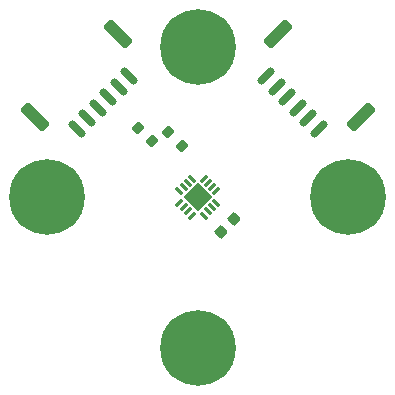
<source format=gbr>
%TF.GenerationSoftware,KiCad,Pcbnew,9.0.6-9.0.6~ubuntu24.04.1*%
%TF.CreationDate,2025-12-18T12:30:09+01:00*%
%TF.ProjectId,PCB_ENCODER,5043425f-454e-4434-9f44-45522e6b6963,rev?*%
%TF.SameCoordinates,Original*%
%TF.FileFunction,Soldermask,Top*%
%TF.FilePolarity,Negative*%
%FSLAX46Y46*%
G04 Gerber Fmt 4.6, Leading zero omitted, Abs format (unit mm)*
G04 Created by KiCad (PCBNEW 9.0.6-9.0.6~ubuntu24.04.1) date 2025-12-18 12:30:09*
%MOMM*%
%LPD*%
G01*
G04 APERTURE LIST*
G04 Aperture macros list*
%AMRoundRect*
0 Rectangle with rounded corners*
0 $1 Rounding radius*
0 $2 $3 $4 $5 $6 $7 $8 $9 X,Y pos of 4 corners*
0 Add a 4 corners polygon primitive as box body*
4,1,4,$2,$3,$4,$5,$6,$7,$8,$9,$2,$3,0*
0 Add four circle primitives for the rounded corners*
1,1,$1+$1,$2,$3*
1,1,$1+$1,$4,$5*
1,1,$1+$1,$6,$7*
1,1,$1+$1,$8,$9*
0 Add four rect primitives between the rounded corners*
20,1,$1+$1,$2,$3,$4,$5,0*
20,1,$1+$1,$4,$5,$6,$7,0*
20,1,$1+$1,$6,$7,$8,$9,0*
20,1,$1+$1,$8,$9,$2,$3,0*%
%AMRotRect*
0 Rectangle, with rotation*
0 The origin of the aperture is its center*
0 $1 length*
0 $2 width*
0 $3 Rotation angle, in degrees counterclockwise*
0 Add horizontal line*
21,1,$1,$2,0,0,$3*%
G04 Aperture macros list end*
%ADD10RoundRect,0.225000X0.017678X-0.335876X0.335876X-0.017678X-0.017678X0.335876X-0.335876X0.017678X0*%
%ADD11C,0.800000*%
%ADD12C,6.400000*%
%ADD13RoundRect,0.200000X-0.335876X-0.053033X-0.053033X-0.335876X0.335876X0.053033X0.053033X0.335876X0*%
%ADD14RoundRect,0.150000X-0.388909X0.601041X-0.601041X0.388909X0.388909X-0.601041X0.601041X-0.388909X0*%
%ADD15RoundRect,0.250000X-0.601041X0.954594X-0.954594X0.601041X0.601041X-0.954594X0.954594X-0.601041X0*%
%ADD16RoundRect,0.062500X0.203293X0.291682X-0.291682X-0.203293X-0.203293X-0.291682X0.291682X0.203293X0*%
%ADD17RoundRect,0.062500X-0.203293X0.291682X-0.291682X0.203293X0.203293X-0.291682X0.291682X-0.203293X0*%
%ADD18RotRect,1.700000X1.700000X225.000000*%
%ADD19RoundRect,0.150000X0.601041X0.388909X0.388909X0.601041X-0.601041X-0.388909X-0.388909X-0.601041X0*%
%ADD20RoundRect,0.250000X0.954594X0.601041X0.601041X0.954594X-0.954594X-0.601041X-0.601041X-0.954594X0*%
G04 APERTURE END LIST*
D10*
%TO.C,C22*%
X102201992Y-52448008D03*
X103298008Y-51351992D03*
%TD*%
D11*
%TO.C,H2*%
X97850000Y-62250000D03*
X98552944Y-60552944D03*
X98552944Y-63947056D03*
X100250000Y-59850000D03*
D12*
X100250000Y-62250000D03*
D11*
X100250000Y-64650000D03*
X101947056Y-60552944D03*
X101947056Y-63947056D03*
X102650000Y-62250000D03*
%TD*%
%TO.C,H3*%
X85100000Y-49500000D03*
X85802944Y-47802944D03*
X85802944Y-51197056D03*
X87500000Y-47100000D03*
D12*
X87500000Y-49500000D03*
D11*
X87500000Y-51900000D03*
X89197056Y-47802944D03*
X89197056Y-51197056D03*
X89900000Y-49500000D03*
%TD*%
%TO.C,H4*%
X97850000Y-36750000D03*
X98552944Y-35052944D03*
X98552944Y-38447056D03*
X100250000Y-34350000D03*
D12*
X100250000Y-36750000D03*
D11*
X100250000Y-39150000D03*
X101947056Y-35052944D03*
X101947056Y-38447056D03*
X102650000Y-36750000D03*
%TD*%
D13*
%TO.C,R1*%
X97716637Y-43966637D03*
X98883363Y-45133363D03*
%TD*%
D14*
%TO.C,J2*%
X94442120Y-39272703D03*
X93558237Y-40156586D03*
X92674353Y-41040470D03*
X91790470Y-41924353D03*
X90906586Y-42808237D03*
X90022703Y-43692120D03*
D15*
X93487526Y-35701814D03*
X86451814Y-42737526D03*
%TD*%
D11*
%TO.C,H1*%
X110600000Y-49500000D03*
X111302944Y-47802944D03*
X111302944Y-51197056D03*
X113000000Y-47100000D03*
D12*
X113000000Y-49500000D03*
D11*
X113000000Y-51900000D03*
X114697056Y-47802944D03*
X114697056Y-51197056D03*
X115400000Y-49500000D03*
%TD*%
D13*
%TO.C,R37*%
X95166637Y-43616637D03*
X96333363Y-44783363D03*
%TD*%
D16*
%TO.C,IC1*%
X101814474Y-48996186D03*
X101460920Y-48642633D03*
X101107367Y-48289080D03*
X100753814Y-47935526D03*
D17*
X99746186Y-47935526D03*
X99392633Y-48289080D03*
X99039080Y-48642633D03*
X98685526Y-48996186D03*
D16*
X98685526Y-50003814D03*
X99039080Y-50357367D03*
X99392633Y-50710920D03*
X99746186Y-51064474D03*
D17*
X100753814Y-51064474D03*
X101107367Y-50710920D03*
X101460920Y-50357367D03*
X101814474Y-50003814D03*
D18*
X100250000Y-49500000D03*
%TD*%
D19*
%TO.C,J1*%
X110477297Y-43692120D03*
X109593414Y-42808237D03*
X108709530Y-41924353D03*
X107825647Y-41040470D03*
X106941763Y-40156586D03*
X106057880Y-39272703D03*
D20*
X114048186Y-42737526D03*
X107012474Y-35701814D03*
%TD*%
M02*

</source>
